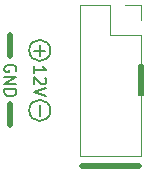
<source format=gbr>
%TF.GenerationSoftware,KiCad,Pcbnew,(6.0.2-0)*%
%TF.CreationDate,2022-02-21T10:23:54+09:00*%
%TF.ProjectId,EurorackPowerForBreadboard,4575726f-7261-4636-9b50-6f776572466f,B*%
%TF.SameCoordinates,Original*%
%TF.FileFunction,Legend,Top*%
%TF.FilePolarity,Positive*%
%FSLAX46Y46*%
G04 Gerber Fmt 4.6, Leading zero omitted, Abs format (unit mm)*
G04 Created by KiCad (PCBNEW (6.0.2-0)) date 2022-02-21 10:23:54*
%MOMM*%
%LPD*%
G01*
G04 APERTURE LIST*
%ADD10C,0.500000*%
%ADD11C,0.150000*%
%ADD12C,0.200000*%
%ADD13C,0.120000*%
%ADD14R,1.700000X1.700000*%
%ADD15O,1.700000X1.700000*%
G04 APERTURE END LIST*
D10*
X116597000Y-111379000D02*
X121423000Y-111379000D01*
X110490000Y-100330000D02*
X110490000Y-102108000D01*
D11*
X113928026Y-101600000D02*
G75*
G03*
X113928026Y-101600000I-898026J0D01*
G01*
X113928026Y-106680000D02*
G75*
G03*
X113928026Y-106680000I-898026J0D01*
G01*
D10*
X110490000Y-106172000D02*
X110490000Y-107950000D01*
D11*
X121412000Y-102870000D02*
X121744000Y-102870000D01*
X121744000Y-102870000D02*
X121744000Y-105410000D01*
X121744000Y-105410000D02*
X121412000Y-105410000D01*
X121412000Y-105410000D02*
X121412000Y-102870000D01*
G36*
X121412000Y-102870000D02*
G01*
X121744000Y-102870000D01*
X121744000Y-105410000D01*
X121412000Y-105410000D01*
X121412000Y-102870000D01*
G37*
D12*
X112572857Y-101609514D02*
X113487142Y-101609514D01*
X113030000Y-102066657D02*
X113030000Y-101152371D01*
D11*
X112577619Y-103520952D02*
X112577619Y-102949523D01*
X112577619Y-103235238D02*
X113577619Y-103235238D01*
X113434761Y-103140000D01*
X113339523Y-103044761D01*
X113291904Y-102949523D01*
X113482380Y-103901904D02*
X113530000Y-103949523D01*
X113577619Y-104044761D01*
X113577619Y-104282857D01*
X113530000Y-104378095D01*
X113482380Y-104425714D01*
X113387142Y-104473333D01*
X113291904Y-104473333D01*
X113149047Y-104425714D01*
X112577619Y-103854285D01*
X112577619Y-104473333D01*
X113577619Y-104759047D02*
X112577619Y-105092380D01*
X113577619Y-105425714D01*
D12*
X113039514Y-107137142D02*
X113039514Y-106222857D01*
D11*
X110990000Y-103378095D02*
X111037619Y-103282857D01*
X111037619Y-103140000D01*
X110990000Y-102997142D01*
X110894761Y-102901904D01*
X110799523Y-102854285D01*
X110609047Y-102806666D01*
X110466190Y-102806666D01*
X110275714Y-102854285D01*
X110180476Y-102901904D01*
X110085238Y-102997142D01*
X110037619Y-103140000D01*
X110037619Y-103235238D01*
X110085238Y-103378095D01*
X110132857Y-103425714D01*
X110466190Y-103425714D01*
X110466190Y-103235238D01*
X110037619Y-103854285D02*
X111037619Y-103854285D01*
X110037619Y-104425714D01*
X111037619Y-104425714D01*
X110037619Y-104901904D02*
X111037619Y-104901904D01*
X111037619Y-105140000D01*
X110990000Y-105282857D01*
X110894761Y-105378095D01*
X110799523Y-105425714D01*
X110609047Y-105473333D01*
X110466190Y-105473333D01*
X110275714Y-105425714D01*
X110180476Y-105378095D01*
X110085238Y-105282857D01*
X110037619Y-105140000D01*
X110037619Y-104901904D01*
D13*
%TO.C,J3*%
X116410000Y-110550000D02*
X121610000Y-110550000D01*
X116410000Y-97730000D02*
X119010000Y-97730000D01*
X120280000Y-97730000D02*
X121610000Y-97730000D01*
X119010000Y-97730000D02*
X119010000Y-100330000D01*
X121610000Y-97730000D02*
X121610000Y-99060000D01*
X121610000Y-100330000D02*
X121610000Y-110550000D01*
X119010000Y-100330000D02*
X121610000Y-100330000D01*
X116410000Y-97730000D02*
X116410000Y-110550000D01*
%TD*%
%LPC*%
D14*
%TO.C,J3*%
X120280000Y-99060000D03*
D15*
X117740000Y-99060000D03*
X120280000Y-101600000D03*
X117740000Y-101600000D03*
X120280000Y-104140000D03*
X117740000Y-104140000D03*
X120280000Y-106680000D03*
X117740000Y-106680000D03*
X120280000Y-109220000D03*
X117740000Y-109220000D03*
%TD*%
D14*
%TO.C,J2*%
X110490000Y-109220000D03*
D15*
X113030000Y-109220000D03*
%TD*%
D14*
%TO.C,J1*%
X110490000Y-99060000D03*
D15*
X113030000Y-99060000D03*
%TD*%
M02*

</source>
